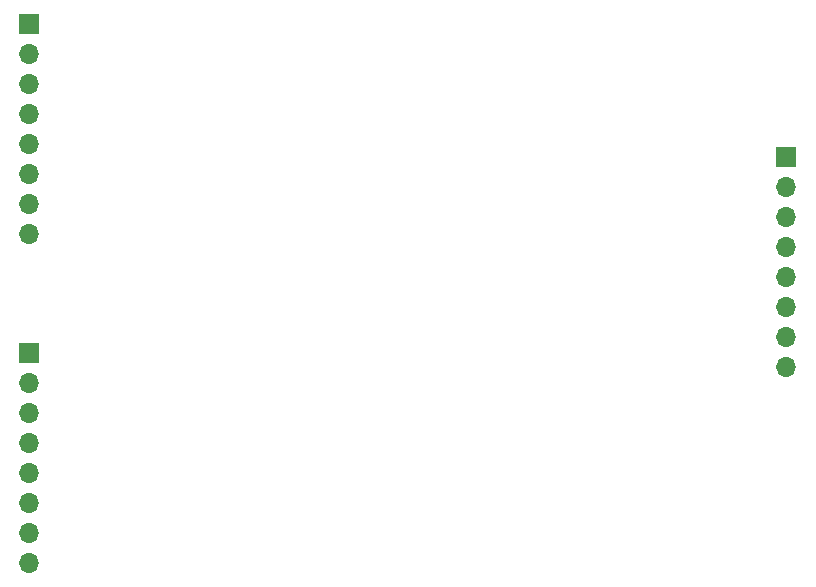
<source format=gbr>
%TF.GenerationSoftware,KiCad,Pcbnew,(6.0.0-0)*%
%TF.CreationDate,2022-10-19T23:32:28-04:00*%
%TF.ProjectId,new-interrupt-handler,6e65772d-696e-4746-9572-727570742d68,rev?*%
%TF.SameCoordinates,Original*%
%TF.FileFunction,Soldermask,Bot*%
%TF.FilePolarity,Negative*%
%FSLAX46Y46*%
G04 Gerber Fmt 4.6, Leading zero omitted, Abs format (unit mm)*
G04 Created by KiCad (PCBNEW (6.0.0-0)) date 2022-10-19 23:32:28*
%MOMM*%
%LPD*%
G01*
G04 APERTURE LIST*
%ADD10R,1.700000X1.700000*%
%ADD11O,1.700000X1.700000*%
G04 APERTURE END LIST*
D10*
%TO.C,J3*%
X152714000Y-91325000D03*
D11*
X152714000Y-93865000D03*
X152714000Y-96405000D03*
X152714000Y-98945000D03*
X152714000Y-101485000D03*
X152714000Y-104025000D03*
X152714000Y-106565000D03*
X152714000Y-109105000D03*
%TD*%
D10*
%TO.C,J1*%
X88636000Y-80010000D03*
D11*
X88636000Y-82550000D03*
X88636000Y-85090000D03*
X88636000Y-87630000D03*
X88636000Y-90170000D03*
X88636000Y-92710000D03*
X88636000Y-95250000D03*
X88636000Y-97790000D03*
%TD*%
D10*
%TO.C,J2*%
X88636000Y-107885000D03*
D11*
X88636000Y-110425000D03*
X88636000Y-112965000D03*
X88636000Y-115505000D03*
X88636000Y-118045000D03*
X88636000Y-120585000D03*
X88636000Y-123125000D03*
X88636000Y-125665000D03*
%TD*%
M02*

</source>
